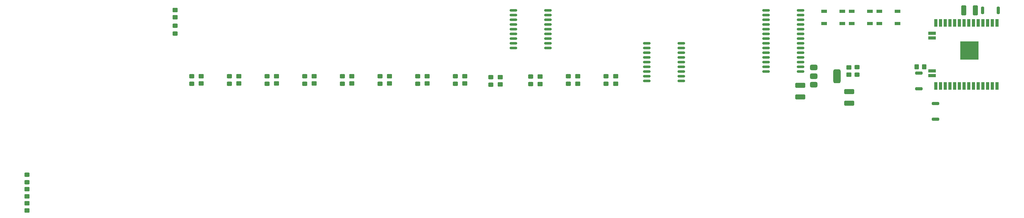
<source format=gtp>
%TF.GenerationSoftware,KiCad,Pcbnew,8.0.9*%
%TF.CreationDate,2025-02-25T23:01:13+01:00*%
%TF.ProjectId,Heizkreiscontroller,4865697a-6b72-4656-9973-636f6e74726f,rev?*%
%TF.SameCoordinates,Original*%
%TF.FileFunction,Paste,Top*%
%TF.FilePolarity,Positive*%
%FSLAX46Y46*%
G04 Gerber Fmt 4.6, Leading zero omitted, Abs format (unit mm)*
G04 Created by KiCad (PCBNEW 8.0.9) date 2025-02-25 23:01:13*
%MOMM*%
%LPD*%
G01*
G04 APERTURE LIST*
G04 Aperture macros list*
%AMRoundRect*
0 Rectangle with rounded corners*
0 $1 Rounding radius*
0 $2 $3 $4 $5 $6 $7 $8 $9 X,Y pos of 4 corners*
0 Add a 4 corners polygon primitive as box body*
4,1,4,$2,$3,$4,$5,$6,$7,$8,$9,$2,$3,0*
0 Add four circle primitives for the rounded corners*
1,1,$1+$1,$2,$3*
1,1,$1+$1,$4,$5*
1,1,$1+$1,$6,$7*
1,1,$1+$1,$8,$9*
0 Add four rect primitives between the rounded corners*
20,1,$1+$1,$2,$3,$4,$5,0*
20,1,$1+$1,$4,$5,$6,$7,0*
20,1,$1+$1,$6,$7,$8,$9,0*
20,1,$1+$1,$8,$9,$2,$3,0*%
G04 Aperture macros list end*
%ADD10RoundRect,0.375000X-0.625000X-0.375000X0.625000X-0.375000X0.625000X0.375000X-0.625000X0.375000X0*%
%ADD11RoundRect,0.500000X-0.500000X-1.400000X0.500000X-1.400000X0.500000X1.400000X-0.500000X1.400000X0*%
%ADD12RoundRect,0.250000X1.100000X-0.412500X1.100000X0.412500X-1.100000X0.412500X-1.100000X-0.412500X0*%
%ADD13RoundRect,0.250000X-0.450000X0.350000X-0.450000X-0.350000X0.450000X-0.350000X0.450000X0.350000X0*%
%ADD14RoundRect,0.250000X0.450000X-0.325000X0.450000X0.325000X-0.450000X0.325000X-0.450000X-0.325000X0*%
%ADD15RoundRect,0.250000X0.350000X0.450000X-0.350000X0.450000X-0.350000X-0.450000X0.350000X-0.450000X0*%
%ADD16RoundRect,0.150000X0.875000X0.150000X-0.875000X0.150000X-0.875000X-0.150000X0.875000X-0.150000X0*%
%ADD17RoundRect,0.150000X-0.875000X-0.150000X0.875000X-0.150000X0.875000X0.150000X-0.875000X0.150000X0*%
%ADD18RoundRect,0.200000X-0.800000X0.200000X-0.800000X-0.200000X0.800000X-0.200000X0.800000X0.200000X0*%
%ADD19RoundRect,0.200000X0.200000X0.800000X-0.200000X0.800000X-0.200000X-0.800000X0.200000X-0.800000X0*%
%ADD20RoundRect,0.090000X-0.660000X-0.360000X0.660000X-0.360000X0.660000X0.360000X-0.660000X0.360000X0*%
%ADD21R,0.900000X2.000000*%
%ADD22R,2.000000X0.900000*%
%ADD23R,5.000000X5.000000*%
%ADD24RoundRect,0.250000X-0.450000X0.325000X-0.450000X-0.325000X0.450000X-0.325000X0.450000X0.325000X0*%
%ADD25RoundRect,0.250000X0.450000X-0.350000X0.450000X0.350000X-0.450000X0.350000X-0.450000X-0.350000X0*%
%ADD26RoundRect,0.250000X-0.412500X-1.100000X0.412500X-1.100000X0.412500X1.100000X-0.412500X1.100000X0*%
G04 APERTURE END LIST*
D10*
%TO.C,U3*%
X261772000Y-53566700D03*
X261772000Y-55866700D03*
D11*
X268072000Y-55866700D03*
D10*
X261772000Y-58166700D03*
%TD*%
D12*
%TO.C,C3*%
X271399000Y-63144400D03*
X271399000Y-60019400D03*
%TD*%
D13*
%TO.C,R8*%
X137160000Y-55880000D03*
X137160000Y-57880000D03*
%TD*%
%TO.C,R9*%
X127000000Y-55880000D03*
X127000000Y-57880000D03*
%TD*%
D12*
%TO.C,C8*%
X258165600Y-61468000D03*
X258165600Y-58343000D03*
%TD*%
D13*
%TO.C,R18*%
X49530000Y-86360000D03*
X49530000Y-88360000D03*
%TD*%
D14*
%TO.C,D16*%
X205740000Y-57955400D03*
X205740000Y-55905400D03*
%TD*%
D13*
%TO.C,R19*%
X49530000Y-90170000D03*
X49530000Y-92170000D03*
%TD*%
%TO.C,R6*%
X157480000Y-55880000D03*
X157480000Y-57880000D03*
%TD*%
%TO.C,R17*%
X271246600Y-53499000D03*
X271246600Y-55499000D03*
%TD*%
%TO.C,R7*%
X147320000Y-55880000D03*
X147320000Y-57880000D03*
%TD*%
D15*
%TO.C,R23*%
X291560000Y-53340000D03*
X289560000Y-53340000D03*
%TD*%
D13*
%TO.C,R5*%
X167640000Y-55880000D03*
X167640000Y-57880000D03*
%TD*%
%TO.C,R21*%
X208407000Y-55930800D03*
X208407000Y-57930800D03*
%TD*%
D14*
%TO.C,D2*%
X165100000Y-57930000D03*
X165100000Y-55880000D03*
%TD*%
D16*
%TO.C,U10*%
X226060000Y-57150000D03*
X226060000Y-55880000D03*
X226060000Y-54610000D03*
X226060000Y-53340000D03*
X226060000Y-52070000D03*
X226060000Y-50800000D03*
X226060000Y-49530000D03*
X226060000Y-48260000D03*
X226060000Y-46990000D03*
X216760000Y-46990000D03*
X216760000Y-48260000D03*
X216760000Y-49530000D03*
X216760000Y-50800000D03*
X216760000Y-52070000D03*
X216760000Y-53340000D03*
X216760000Y-54610000D03*
X216760000Y-55880000D03*
X216760000Y-57150000D03*
%TD*%
%TO.C,U9*%
X190070000Y-48260000D03*
X190070000Y-46990000D03*
X190070000Y-45720000D03*
X190070000Y-44450000D03*
X190070000Y-43180000D03*
X190070000Y-41910000D03*
X190070000Y-40640000D03*
X190070000Y-39370000D03*
X190070000Y-38100000D03*
X180770000Y-38100000D03*
X180770000Y-39370000D03*
X180770000Y-40640000D03*
X180770000Y-41910000D03*
X180770000Y-43180000D03*
X180770000Y-44450000D03*
X180770000Y-45720000D03*
X180770000Y-46990000D03*
X180770000Y-48260000D03*
%TD*%
D14*
%TO.C,D4*%
X144780000Y-57930000D03*
X144780000Y-55880000D03*
%TD*%
D13*
%TO.C,R12*%
X96520000Y-55880000D03*
X96520000Y-57880000D03*
%TD*%
D14*
%TO.C,D6*%
X124460000Y-57930000D03*
X124460000Y-55880000D03*
%TD*%
%TO.C,D9*%
X93980000Y-57930000D03*
X93980000Y-55880000D03*
%TD*%
D13*
%TO.C,R14*%
X187960000Y-56002500D03*
X187960000Y-58002500D03*
%TD*%
D14*
%TO.C,D8*%
X104140000Y-57930000D03*
X104140000Y-55880000D03*
%TD*%
D17*
%TO.C,U8*%
X248920000Y-38100000D03*
X248920000Y-39370000D03*
X248920000Y-40640000D03*
X248920000Y-41910000D03*
X248920000Y-43180000D03*
X248920000Y-44450000D03*
X248920000Y-45720000D03*
X248920000Y-46990000D03*
X248920000Y-48260000D03*
X248920000Y-49530000D03*
X248920000Y-50800000D03*
X248920000Y-52070000D03*
X248920000Y-53340000D03*
X248920000Y-54610000D03*
X258220000Y-54610000D03*
X258220000Y-53340000D03*
X258220000Y-52070000D03*
X258220000Y-50800000D03*
X258220000Y-49530000D03*
X258220000Y-48260000D03*
X258220000Y-46990000D03*
X258220000Y-45720000D03*
X258220000Y-44450000D03*
X258220000Y-43180000D03*
X258220000Y-41910000D03*
X258220000Y-40640000D03*
X258220000Y-39370000D03*
X258220000Y-38100000D03*
%TD*%
D13*
%TO.C,R13*%
X177200000Y-56125000D03*
X177200000Y-58125000D03*
%TD*%
D18*
%TO.C,SW4*%
X290195000Y-55050000D03*
X290195000Y-59250000D03*
%TD*%
D19*
%TO.C,SW2*%
X311540000Y-38100000D03*
X307340000Y-38100000D03*
%TD*%
D13*
%TO.C,R11*%
X106680000Y-55880000D03*
X106680000Y-57880000D03*
%TD*%
D14*
%TO.C,D15*%
X195580000Y-57930000D03*
X195580000Y-55880000D03*
%TD*%
%TO.C,D10*%
X174660000Y-58175000D03*
X174660000Y-56125000D03*
%TD*%
D20*
%TO.C,D1*%
X279490000Y-38355000D03*
X279490000Y-41655000D03*
X284390000Y-41655000D03*
X284390000Y-38355000D03*
%TD*%
D21*
%TO.C,U1*%
X311250000Y-41500000D03*
X309980000Y-41500000D03*
X308710000Y-41500000D03*
X307440000Y-41500000D03*
X306170000Y-41500000D03*
X304900000Y-41500000D03*
X303630000Y-41500000D03*
X302360000Y-41500000D03*
X301090000Y-41500000D03*
X299820000Y-41500000D03*
X298550000Y-41500000D03*
X297280000Y-41500000D03*
X296010000Y-41500000D03*
X294740000Y-41500000D03*
D22*
X293740000Y-44285000D03*
X293740000Y-45555000D03*
X293740000Y-54445000D03*
X293740000Y-55715000D03*
D21*
X294740000Y-58500000D03*
X296010000Y-58500000D03*
X297280000Y-58500000D03*
X298550000Y-58500000D03*
X299820000Y-58500000D03*
X301090000Y-58500000D03*
X302360000Y-58500000D03*
X303630000Y-58500000D03*
X304900000Y-58500000D03*
X306170000Y-58500000D03*
X307440000Y-58500000D03*
X308710000Y-58500000D03*
X309980000Y-58500000D03*
X311250000Y-58500000D03*
D23*
X303750000Y-49000000D03*
%TD*%
D14*
%TO.C,D7*%
X114300000Y-57930000D03*
X114300000Y-55880000D03*
%TD*%
%TO.C,D5*%
X134620000Y-57930000D03*
X134620000Y-55880000D03*
%TD*%
D13*
%TO.C,R10*%
X116840000Y-55880000D03*
X116840000Y-57880000D03*
%TD*%
D14*
%TO.C,D3*%
X154940000Y-57930000D03*
X154940000Y-55880000D03*
%TD*%
D20*
%TO.C,D17*%
X272059400Y-38355000D03*
X272059400Y-41655000D03*
X276959400Y-41655000D03*
X276959400Y-38355000D03*
%TD*%
%TO.C,D18*%
X264594000Y-38356000D03*
X264594000Y-41656000D03*
X269494000Y-41656000D03*
X269494000Y-38356000D03*
%TD*%
D18*
%TO.C,SW3*%
X294640000Y-63305000D03*
X294640000Y-67505000D03*
%TD*%
D24*
%TO.C,D14*%
X49530000Y-82500000D03*
X49530000Y-84550000D03*
%TD*%
D14*
%TO.C,D13*%
X273507200Y-55482600D03*
X273507200Y-53432600D03*
%TD*%
%TO.C,D11*%
X185420000Y-58052500D03*
X185420000Y-56002500D03*
%TD*%
D13*
%TO.C,R20*%
X198120000Y-55930800D03*
X198120000Y-57930800D03*
%TD*%
D14*
%TO.C,D12*%
X89535000Y-44355000D03*
X89535000Y-42305000D03*
%TD*%
D25*
%TO.C,R16*%
X89535000Y-40005000D03*
X89535000Y-38005000D03*
%TD*%
D26*
%TO.C,C4*%
X302260000Y-38100000D03*
X305385000Y-38100000D03*
%TD*%
M02*

</source>
